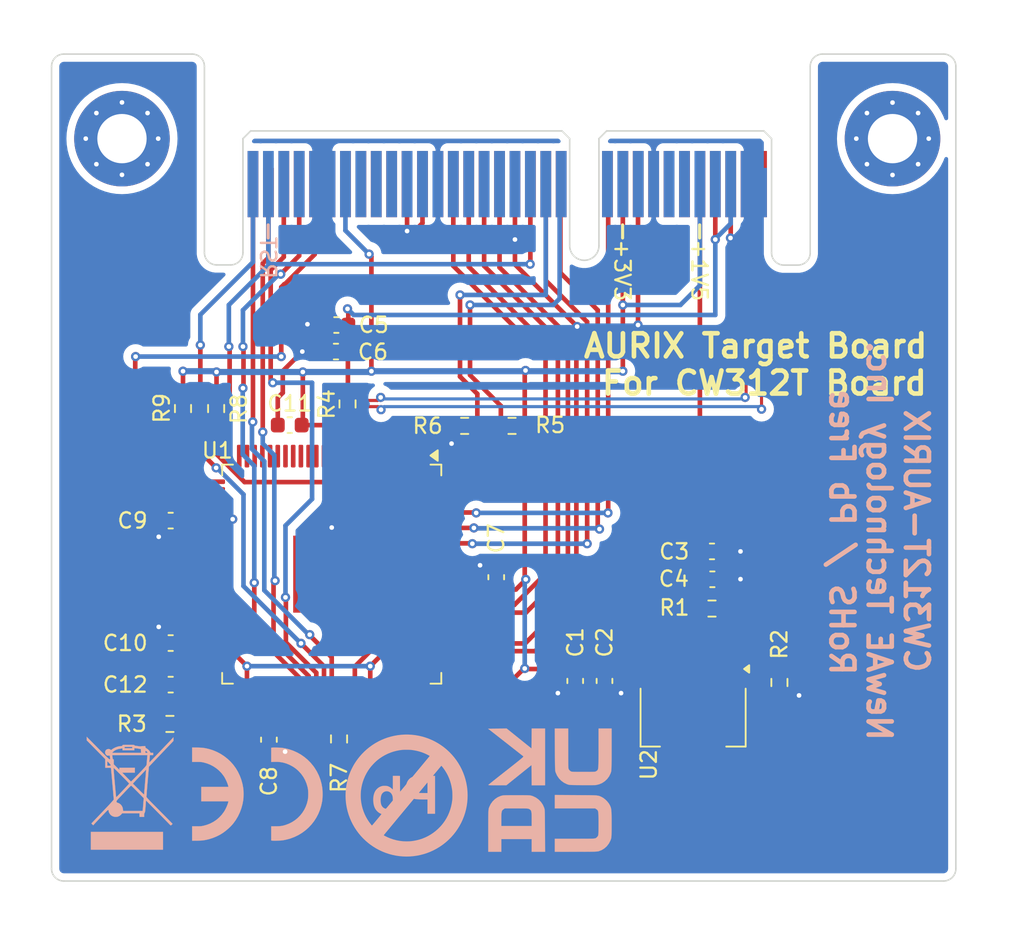
<source format=kicad_pcb>
(kicad_pcb (version 20240108) (generator "pcbnew") (generator_version "8.0")
  (layers (0 "F.Cu" signal) (31 "B.Cu" signal) (34 "B.Paste" user) (35 "F.Paste" user) (36 "B.SilkS" user "B.Silkscreen") (37 "F.SilkS" user "F.Silkscreen") (38 "B.Mask" user) (39 "F.Mask" user) (44 "Edge.Cuts" user))
  (net 0 "")
  (net 1 "+3V3")
  (net 2 "GND")
  (net 3 "+1V5")
  (net 4 "/FILT_HP")
  (net 5 "Net-(U1-VC_AP0)")
  (net 6 "Net-(U1-VC_AP1)")
  (net 8 "/TMS")
  (net 16 "/LED2")
  (net 17 "/HWCFG5")
  (net 18 "/TCK")
  (net 22 "/RX")
  (net 24 "/RST")
  (net 25 "/CLKIN")
  (net 28 "/TDI")
  (net 30 "/LED1")
  (net 35 "/HWCFG4")
  (net 36 "/GPIO3")
  (net 42 "/TX")
  (net 43 "/VCORE")
  (net 45 "/TDO")
  (net 46 "/GPIO4")
  (net 47 "/LED3")
  (net 51 "/TRST")
  (net 52 "Net-(U2-ADJ{slash}GND)")
  (net 53 "/CLKPIN")
  (net 54 "Net-(U1-P20.2{slash}~{TESTMODE})")
  (footprint "tutorial_2_library:CW312_Template" (layer "F.Cu") (at 110.865 64.75)
    (property "Reference" "P1" (hide yes))
    (property "Value" "PCIEx4 EDGE CONNECTOR")
    (fp_line (start -4.57 -4.69) (end -4.57 47.4) (stroke (width 0.1)) (layer "Edge.Cuts"))
    (fp_line (start 4.55 -5.49) (end -3.77 -5.49) (stroke (width 0.1)) (layer "Edge.Cuts"))
    (fp_line (start 5.35 7.4) (end 5.35 -4.69) (stroke (width 0.1)) (layer "Edge.Cuts"))
    (fp_line (start 7.05 8.2) (end 6.15 8.2) (stroke (width 0.1)) (layer "Edge.Cuts"))
    (fp_line (start 7.85 0) (end 8.35 -0.5) (stroke (width 0.1)) (layer "Edge.Cuts"))
    (fp_line (start 7.85 7.4) (end 7.85 0) (stroke (width 0.1)) (layer "Edge.Cuts"))
    (fp_line (start 28.55 -0.5) (end 8.35 -0.5) (stroke (width 0.1)) (layer "Edge.Cuts"))
    (fp_line (start 29.05 0) (end 28.55 -0.5) (stroke (width 0.1)) (layer "Edge.Cuts"))
    (fp_line (start 29.05 6.95) (end 29.05 0) (stroke (width 0.1)) (layer "Edge.Cuts"))
    (fp_line (start 30.95 0) (end 31.45 -0.5) (stroke (width 0.1)) (layer "Edge.Cuts"))
    (fp_line (start 30.95 6.95) (end 30.95 0) (stroke (width 0.1)) (layer "Edge.Cuts"))
    (fp_line (start 41.65 -0.5) (end 31.45 -0.5) (stroke (width 0.1)) (layer "Edge.Cuts"))
    (fp_line (start 42.15 0) (end 41.65 -0.5) (stroke (width 0.1)) (layer "Edge.Cuts"))
    (fp_line (start 42.15 7.41) (end 42.15 0) (stroke (width 0.1)) (layer "Edge.Cuts"))
    (fp_line (start 42.95 8.21) (end 43.86 8.21) (stroke (width 0.1)) (layer "Edge.Cuts"))
    (fp_line (start 44.66 7.41) (end 44.66 -4.69) (stroke (width 0.1)) (layer "Edge.Cuts"))
    (fp_line (start 45.46 -5.49) (end 53.31 -5.49) (stroke (width 0.1)) (layer "Edge.Cuts"))
    (fp_line (start 53.31 48.2) (end -3.77 48.2) (stroke (width 0.1)) (layer "Edge.Cuts"))
    (fp_line (start 54.11 -4.69) (end 54.11 47.4) (stroke (width 0.1)) (layer "Edge.Cuts"))
    (fp_arc (start -4.57 -4.69) (mid -4.335685 -5.255685) (end -3.77 -5.49) (stroke (width 0.1)) (layer "Edge.Cuts"))
    (fp_arc (start -3.77 48.2) (mid -4.335685 47.965685) (end -4.57 47.4) (stroke (width 0.1)) (layer "Edge.Cuts"))
    (fp_arc (start 4.55 -5.49) (mid 5.115685 -5.255685) (end 5.35 -4.69) (stroke (width 0.1)) (layer "Edge.Cuts"))
    (fp_arc (start 6.15 8.2) (mid 5.584315 7.965685) (end 5.35 7.4) (stroke (width 0.1)) (layer "Edge.Cuts"))
    (fp_arc (start 7.85 7.4) (mid 7.615685 7.965685) (end 7.05 8.2) (stroke (width 0.1)) (layer "Edge.Cuts"))
    (fp_arc (start 30.95 6.95) (mid 30 7.9) (end 29.05 6.95) (stroke (width 0.1)) (layer "Edge.Cuts"))
    (fp_arc (start 42.95 8.21) (mid 42.384315 7.975685) (end 42.15 7.41) (stroke (width 0.1)) (layer "Edge.Cuts"))
    (fp_arc (start 44.66 -4.69) (mid 44.894315 -5.255685) (end 45.46 -5.49) (stroke (width 0.1)) (layer "Edge.Cuts"))
    (fp_arc (start 44.66 7.41) (mid 44.425685 7.975685) (end 43.86 8.21) (stroke (width 0.1)) (layer "Edge.Cuts"))
    (fp_arc (start 53.31 -5.49) (mid 53.875685 -5.255685) (end 54.11 -4.69) (stroke (width 0.1)) (layer "Edge.Cuts"))
    (fp_arc (start 54.11 47.4) (mid 53.875685 47.965685) (end 53.31 48.2) (stroke (width 0.1)) (layer "Edge.Cuts"))
  )
  (footprint "Silkscrren_Symbols:UKCA-Logo_8x8mm_SilkScreen" (layer "F.Cu") (at 138 107.05)
    (property "Reference" "PCB3" (hide yes))
    (property "Value" "UKCA symbol" (hide yes))
  )
  (footprint "Resistor_SMD:R_0603_1608Metric" (layer "F.Cu") (at 133.1 83.4)
    (property "Reference" "R6")
    (property "Value" "RES_10k_0603")
  )
  (footprint "Capacitor_SMD:C_0603_1608Metric" (layer "F.Cu") (at 124.775 76.849998)
    (property "Reference" "C5")
    (property "Value" "CAP_2u2_10V_0603")
  )
  (footprint "Capacitor_SMD:C_0603_1608Metric" (layer "F.Cu") (at 114.025 100.2)
    (property "Reference" "C12")
    (property "Value" "CAP_2u2_10V_0603")
  )
  (footprint "Resistor_SMD:R_0603_1608Metric" (layer "F.Cu") (at 116.975 82.275 90)
    (property "Reference" "R8")
    (property "Value" "RES_10k_0603")
  )
  (footprint "Capacitor_SMD:C_0603_1608Metric" (layer "F.Cu") (at 114.025 97.5)
    (property "Reference" "C10")
    (property "Value" "CAP_100n_50V_0603")
  )
  (footprint "Resistor_SMD:R_0603_1608Metric" (layer "F.Cu") (at 136.175 83.4 180)
    (property "Reference" "R5")
    (property "Value" "RES_10k_0603")
  )
  (footprint "Package_TO_SOT_SMD:SOT-223" (layer "F.Cu") (at 147.925 102.309997 -90)
    (property "Reference" "U2")
    (property "Value" "LD1117SC-R")
  )
  (footprint "Resistor_SMD:R_0603_1608Metric" (layer "F.Cu") (at 113.975 102.75 180)
    (property "Reference" "R3")
    (property "Value" "RES_22R_0603")
  )
  (footprint "Package_QFP:TQFP-100-1EP_14x14mm_P0.5mm_EP5x5mm" (layer "F.Cu") (at 124.475 93.025 -90)
    (property "Reference" "U1")
    (property "Value" "TC233LP32F200NACKXUMA1")
  )
  (footprint "Silkscrren_Symbols:WEEE-Logo_5.6x8mm_SilkScreen" (layer "F.Cu") (at 110.309054 106.902245)
    (property "Reference" "PCB4" (hide yes))
    (property "Value" "WEEE SYMBOL" (hide yes))
  )
  (footprint "Capacitor_SMD:C_0603_1608Metric" (layer "F.Cu") (at 149.175 93.359998 180)
    (property "Reference" "C4")
    (property "Value" "CAP_2u2_10V_0603")
  )
  (footprint "Resistor_SMD:R_0603_1608Metric" (layer "F.Cu") (at 149.15 95.259998 180)
    (property "Reference" "R1")
    (property "Value" "RES_680R_0603")
  )
  (footprint "Capacitor_SMD:C_0603_1608Metric" (layer "F.Cu") (at 135.15 93.225 -90)
    (property "Reference" "C7")
    (property "Value" "CAP_100n_50V_0603")
  )
  (footprint "Resistor_SMD:R_0603_1608Metric" (layer "F.Cu") (at 125.5 81.975 -90)
    (property "Reference" "R4")
    (property "Value" "RES_5R1_0603")
  )
  (footprint "Capacitor_SMD:C_0603_1608Metric" (layer "F.Cu") (at 140.275001 99.959998 90)
    (property "Reference" "C1")
    (property "Value" "CAP_2u2_10V_0603")
  )
  (footprint "Capacitor_SMD:C_0603_1608Metric" (layer "F.Cu") (at 121.75 83.35)
    (property "Reference" "C11")
    (property "Value" "CAP_100n_50V_0603")
  )
  (footprint "Capacitor_SMD:C_0603_1608Metric" (layer "F.Cu") (at 142.175 99.959998 90)
    (property "Reference" "C2")
    (property "Value" "CAP_2u2_10V_0603")
  )
  (footprint "Capacitor_SMD:C_0603_1608Metric" (layer "F.Cu") (at 149.15 91.55 180)
    (property "Reference" "C3")
    (property "Value" "CAP_2u2_10V_0603")
  )
  (footprint "Resistor_SMD:R_0603_1608Metric" (layer "F.Cu") (at 124.95 103.725 -90)
    (property "Reference" "R7")
    (property "Value" "RES_10k_0603")
  )
  (footprint "Resistor_SMD:R_0603_1608Metric" (layer "F.Cu") (at 153.525 100.059998 90)
    (property "Reference" "R2")
    (property "Value" "RES_120R_0603")
  )
  (footprint "Capacitor_SMD:C_0603_1608Metric" (layer "F.Cu") (at 124.75 78.575)
    (property "Reference" "C6")
    (property "Value" "CAP_100n_50V_0603")
  )
  (footprint "Silkscrren_Symbols:CE-Logo_8.5x6mm_SilkScreen" (layer "F.Cu") (at 119.65 107.3)
    (property "Reference" "PCB1" (hide yes))
    (property "Value" "CE Symbol" (hide yes))
  )
  (footprint "Capacitor_SMD:C_0603_1608Metric" (layer "F.Cu") (at 114.025 89.55)
    (property "Reference" "C9")
    (property "Value" "CAP_100n_50V_0603")
  )
  (footprint "Capacitor_SMD:C_0603_1608Metric" (layer "F.Cu") (at 120.4 103.775 90)
    (property "Reference" "C8")
    (property "Value" "CAP_100n_50V_0603")
  )
  (footprint "Resistor_SMD:R_0603_1608Metric" (layer "F.Cu") (at 114.825 82.275 -90)
    (property "Reference" "R9")
    (property "Value" "RES_10k_0603")
  )
  (footprint "Silkscrren_Symbols:Pb_Free_8.0x8.0mm_SilkScreen" (layer "F.Cu") (at 128.6 107.4)
    (property "Reference" "PCB2" (hide yes))
    (property "Value" "Pb_Free Symbol" (hide yes))
  )
  (gr_line (start 120.35 70.35) (end 120.35 71.2) (stroke (width 0.2)) (layer "B.SilkS"))
  (gr_line (start 148.35 70.35) (end 148.35 71.2) (stroke (width 0.2)) (layer "F.SilkS"))
  (gr_line (start 143.35 70.35) (end 143.35 71.2) (stroke (width 0.2)) (layer "F.SilkS"))
  (gr_text "RST" (at 119.75 73.95 -90) (layer "B.SilkS") (effects (font (size 1 1)) (justify left bottom mirror)))
  (gr_text "CW312T-AURIX \nNewAE Technology Inc. \nRoHS / Pb Free" (at 156.7 90.3 -90) (layer "B.SilkS") (effects (font (size 1.5 1.5) (thickness 0.3) (bold yes)) (justify bottom mirror)))
  (gr_text "+3V3" (at 142.75 71.2 270) (layer "F.SilkS") (effects (font (size 1 1)) (justify left bottom)))
  (gr_text "+1V5" (at 147.75 71.2 270) (layer "F.SilkS") (effects (font (size 1 1)) (justify left bottom)))
  (gr_text "AURIX Target Board \nFor CW312T Board" (at 152.55 81.5 0) (layer "F.SilkS") (effects (font (size 1.5 1.5) (thickness 0.3) (bold yes)) (justify bottom)))
  (segment (start 122.6 83.275) (end 122.525 83.35) (width 0.3) (layer "F.Cu") (net 1))
  (segment (start 114.8 89.55) (end 114.8 97.375) (width 0.3) (layer "F.Cu") (net 1))
  (segment (start 124.975 83.975) (end 124.975 85.3625) (width 0.3) (layer "F.Cu") (net 1))
  (segment (start 113.2 82.3) (end 113.2 85.75) (width 0.3) (layer "F.Cu") (net 1))
  (segment (start 122.6 79.9) (end 122.6 83.275) (width 0.3) (layer "F.Cu") (net 1))
  (segment (start 145.625 99.159997) (end 142.200001 99.159997) (width 0.4) (layer "F.Cu") (net 1))
  (segment (start 113.2 85.75) (end 114.8 87.35) (width 0.3) (layer "F.Cu") (net 1))
  (segment (start 137.06538 93.36538) (end 137 93.3) (width 0.3) (layer "F.Cu") (net 1))
  (segment (start 114.825 81.45) (end 114.05 81.45) (width 0.3) (layer "F.Cu") (net 1))
  (segment (start 137.06538 93.38462) (end 136.425 94.025) (width 0.3) (layer "F.Cu") (net 1))
  (segment (start 114.875 89.525) (end 114.8 89.45) (width 0.2) (layer "F.Cu") (net 1))
  (segment (start 114.825 79.85) (end 114.825 81.45) (width 0.3) (layer "F.Cu") (net 1))
  (segment (start 121.825 102.925) (end 120.475 102.925) (width 0.3) (layer "F.Cu") (net 1))
  (segment (start 122.525 83.35) (end 124.35 83.35) (width 0.3) (layer "F.Cu") (net 1))
  (segment (start 115.875 90.525) (end 114.8 89.45) (width 0.3) (layer "F.Cu") (net 1))
  (segment (start 120.475 100.6875) (end 120.475 102.925) (width 0.3) (layer "F.Cu") (net 1))
  (segment (start 114.825 97.525) (end 114.8 97.5) (width 0.3) (layer "F.Cu") (net 1))
  (segment (start 136.95 99.15) (end 131.55 104.55) (width 0.3) (layer "F.Cu") (net 1))
  (segment (start 131.55 104.55) (end 124.95 104.55) (width 0.3) (layer "F.Cu") (net 1))
  (segment (start 116.8125 97.525) (end 114.825 97.525) (width 0.3) (layer "F.Cu") (net 1))
  (segment (start 117 79.9) (end 117 81.425) (width 0.3) (layer "F.Cu") (net 1))
  (segment (start 114.8 97.375) (end 114.675 97.5) (width 0.3) (layer "F.Cu") (net 1))
  (segment (start 117 81.425) (end 116.975 81.45) (width 0.3) (layer "F.Cu") (net 1))
  (segment (start 114.05 81.45) (end 113.2 82.3) (width 0.3) (layer "F.Cu") (net 1))
  (segment (start 120.475 102.925) (end 120.4 103) (width 0.2) (layer "F.Cu") (net 1))
  (segment (start 137 79.85) (end 137 83.4) (width 0.3) (layer "F.Cu") (net 1))
  (segment (start 136.425 94.025) (end 134.225 94.025) (width 0.3) (layer "F.Cu") (net 1))
  (segment (start 116.8125 89.525) (end 114.875 89.525) (width 0.3) (layer "F.Cu") (net 1))
  (segment (start 137 99.15) (end 137.034998 99.184998) (width 0.3) (layer "F.Cu") (net 1))
  (segment (start 127.05 72.4) (end 127.05 79.85) (width 0.3) (layer "F.Cu") (net 1))
  (segment (start 142.325001 99.150001) (end 142.3 99.175002) (width 0.2) (layer "F.Cu") (net 1))
  (segment (start 137 99.15) (end 136.95 99.15) (width 0.3) (layer "F.Cu") (net 1))
  (segment (start 137.06538 93.36538) (end 137.06538 93.38462) (width 0.3) (layer "F.Cu") (net 1))
  (segment (start 126.9 72.25) (end 127.05 72.4) (width 0.3) (layer "F.Cu") (net 1))
  (segment (start 142.175 99.184998) (end 140.275001 99.184998) (width 0.3) (layer "F.Cu") (net 1))
  (segment (start 137 93.3) (end 137 83.4) (width 0.3) (layer "F.Cu") (net 1))
  (segment (start 116.8125 90.525) (end 115.875 90.525) (width 0.3) (layer "F.Cu") (net 1))
  (segment (start 124.35 83.35) (end 124.975 83.975) (width 0.3) (layer "F.Cu") (net 1))
  (segment (start 124.95 104.55) (end 123.45 104.55) (width 0.3) (layer "F.Cu") (net 1))
  (segment (start 137.034998 99.184998) (end 140.275001 99.184998) (width 0.3) (layer "F.Cu") (net 1))
  (segment (start 137.05 79.8) (end 137 79.85) (width 0.3) (layer "F.Cu") (net 1))
  (segment (start 123.45 104.55) (end 121.825 102.925) (width 0.3) (layer "F.Cu") (net 1))
  (segment (start 143.365 79.85) (end 143.365 67.7) (width 0.3) (layer "F.Cu") (net 1))
  (segment (start 114.8 87.35) (end 114.8 89.55) (width 0.3) (layer "F.Cu") (net 1))
  (segment (start 134.225 94.025) (end 132.1375 94.025) (width 0.3) (layer "F.Cu") (net 1))
  (via (at 137.06538 93.36538) (size 0.6) (drill 0.3) (layers "F.Cu" "B.Cu") (net 1))
  (via (at 137.05 79.8) (size 0.6) (drill 0.3) (layers "F.Cu" "B.Cu") (net 1))
  (via (at 126.9 72.25) (size 0.6) (drill 0.3) (layers "F.Cu" "B.Cu") (net 1))
  (via (at 117 79.9) (size 0.6) (drill 0.3) (layers "F.Cu" "B.Cu") (net 1))
  (via (at 127.05 79.85) (size 0.6) (drill 0.3) (layers "F.Cu" "B.Cu") (net 1))
  (via (at 122.6 79.9) (size 0.6) (drill 0.3) (layers "F.Cu" "B.Cu") (net 1))
  (via (at 137 99.15) (size 0.6) (drill 0.3) (layers "F.Cu" "B.Cu") (net 1))
  (via (at 114.825 79.85) (size 0.6) (drill 0.3) (layers "F.Cu" "B.Cu") (net 1))
  (via (at 143.365 79.85) (size 0.6) (drill 0.3) (layers "F.Cu" "B.Cu") (net 1))
  (via (at 143.365 75.55) (size 0.6) (drill 0.3) (layers "F.Cu" "B.Cu") (net 1))
  (segment (start 137 99.15) (end 137 93.43076) (width 0.3) (layer "B.Cu") (net 1))
  (segment (start 137.1 79.85) (end 137.05 79.8) (width 0.4) (layer "B.Cu") (net 1))
  (segment (start 127.05 79.85) (end 127 79.9) (width 0.4) (layer "B.Cu") (net 1))
  (segment (start 137 79.85) (end 127.05 79.85) (width 0.4) (layer "B.Cu") (net 1))
  (segment (start 117 79.9) (end 116.95 79.85) (width 0.4) (layer "B.Cu") (net 1))
  (segment (start 137.05 79.8) (end 137 79.85) (width 0.4) (layer "B.Cu") (net 1))
  (segment (start 137 93.43076) (end 137.06538 93.36538) (width 0.3) (layer "B.Cu") (net 1))
  (segment (start 126.9 72.25) (end 125.365 70.715) (width 0.3) (layer "B.Cu") (net 1))
  (segment (start 125.365 70.715) (end 125.365 67.7) (width 0.3) (layer "B.Cu") (net 1))
  (segment (start 143.365 79.85) (end 137.1 79.85) (width 0.4) (layer "B.Cu") (net 1))
  (segment (start 147.1 75.55) (end 148.365 74.285) (width 0.3) (layer "B.Cu") (net 1))
  (segment (start 148.365 74.285) (end 148.365 67.7) (width 0.3) (layer "B.Cu") (net 1))
  (segment (start 143.365 75.55) (end 147.1 75.55) (width 0.3) (layer "B.Cu") (net 1))
  (segment (start 116.95 79.85) (end 114.825 79.85) (width 0.4) (layer "B.Cu") (net 1))
  (segment (start 127 79.9) (end 117 79.9) (width 0.4) (layer "B.Cu") (net 1))
  (segment (start 129.85 70.75) (end 130.365 70.235) (width 0.3) (layer "F.Cu") (net 2))
  (segment (start 150.365 71.185) (end 150.35 71.2) (width 0.2) (layer "F.Cu") (net 2))
  (segment (start 118.049999 89.650001) (end 117.675 90.025) (width 0.2) (layer "F.Cu") (net 2))
  (segment (start 150.365 67.7) (end 150.365 71.185) (width 0.3) (layer "F.Cu") (net 2))
  (segment (start 122.56662 78.575) (end 121.3 79.84162) (width 0.3) (layer "F.Cu") (net 2))
  (segment (start 118.049999 89.458423) (end 118.049999 89.650001) (width 0.2) (layer "F.Cu") (net 2))
  (segment (start 122.949998 76.849998) (end 122.9 76.8) (width 0.3) (layer "F.Cu") (net 2))
  (segment (start 132.275 84.525) (end 132.25 84.55) (width 0.2) (layer "F.Cu") (net 2))
  (segment (start 113.25 97.5) (end 113.25 96.45) (width 0.3) (layer "F.Cu") (net 2))
  (segment (start 118.049999 89.299999) (end 117.775 89.025) (width 0.2) (layer "F.Cu") (net 2))
  (segment (start 154.784998 100.884998) (end 154.8 100.9) (width 0.2) (layer "F.Cu") (net 2))
  (segment (start 120.975 81.575) (end 120.975 83.35) (width 0.3) (layer "F.Cu") (net 2))
  (segment (start 113.25 89.55) (end 113.25 90.6) (width 0.3) (layer "F.Cu") (net 2))
  (segment (start 124.475 90) (end 124.475 93.025) (width 0.3) (layer "F.Cu") (net 2))
  (segment (start 140.275001 100.734998) (end 139.165002 100.734998) (width 0.3) (layer "F.Cu") (net 2))
  (segment (start 134.1 92.45) (end 135.15 92.45) (width 0.3) (layer "F.Cu") (net 2))
  (segment (start 150.990002 93.359998) (end 151 93.35) (width 0.2) (layer "F.Cu") (net 2))
  (segment (start 139.165002 100.734998) (end 139.15 100.75) (width 0.2) (layer "F.Cu") (net 2))
  (segment (start 136.365 72.915) (end 136.365 71.3) (width 0.3) (layer "F.Cu") (net 2))
  (segment (start 149.925 91.55) (end 151 91.55) (width 0.3) (layer "F.Cu") (net 2))
  (segment (start 117.775 89.025) (end 116.8125 89.025) (width 0.2) (layer "F.Cu") (net 2))
  (segment (start 132.275 83.4) (end 132.275 84.525) (width 0.3) (layer "F.Cu") (net 2))
  (segment (start 140.400001 76.950001) (end 136.365 72.915) (width 0.3) (layer "F.Cu") (net 2))
  (segment (start 129.365 70.75) (end 129.365 67.7) (width 0.3) (layer "F.Cu") (net 2))
  (segment (start 153.525 100.884998) (end 154.784998 100.884998) (width 0.3) (layer "F.Cu") (net 2))
  (segment (start 122.56662 78.575) (end 123.975 78.575) (width 0.3) (layer "F.Cu") (net 2))
  (segment (start 149.95 93.359998) (end 150.990002 93.359998) (width 0.3) (layer "F.Cu") (net 2))
  (segment (start 144.35 67.715) (end 144.365 67.7) (width 0.3) (layer "F.Cu") (net 2))
  (segment (start 121.3 79.84162) (end 121.3 81.25) (width 0.3) (layer "F.Cu") (net 2))
  (segment (start 130.365 70.235) (end 130.365 67.7) (width 0.3) (layer "F.Cu") (net 2))
  (segment (start 121.3 81.25) (end 120.975 81.575) (width 0.3) (layer "F.Cu") (net 2))
  (segment (start 124 76.849998) (end 122.949998 76.849998) (width 0.3) (layer "F.Cu") (net 2))
  (segment (start 144.35 76.85) (end 144.35 67.715) (width 0.3) (layer "F.Cu") (net 2))
  (segment (start 143.234998 100.734998) (end 143.25 100.75) (width 0.2) (layer "F.Cu") (net 2))
  (segment (start 142.175 100.734998) (end 143.234998 100.734998) (width 0.3) (layer "F.Cu") (net 2))
  (segment (start 117.675 90.025) (end 116.8125 90.025) (width 0.2) (layer "F.Cu") (net 2))
  (segment (start 118.049999 89.458423) (end 118.049999 89.299999) (width 0.2) (layer "F.Cu") (net 2))
  (segment (start 120.4 104.55) (end 121.45 104.55) (width 0.3) (layer "F.Cu") (net 2))
  (segment (start 136.365 71.3) (end 136.365 67.7) (width 0.3) (layer "F.Cu") (net 2))
  (segment (start 129.365 70.75) (end 129.85 70.75) (width 0.3) (layer "F.Cu") (net 2))
  (via (at 139.15 100.75) (size 0.6) (drill 0.3) (layers "F.Cu" "B.Cu") (net 2))
  (via (at 134.1 92.45) (size 0.6) (drill 0.3) (layers "F.Cu" "B.Cu") (net 2))
  (via (at 113.25 90.6) (size 0.6) (drill 0.3) (layers "F.Cu" "B.Cu") (net 2))
  (via (at 122.9 76.8) (size 0.6) (drill 0.3) (layers "F.Cu" "B.Cu") (net 2))
  (via (at 118.049999 89.458423) (size 0.6) (drill 0.3) (layers "F.Cu" "B.Cu") (net 2))
  (via (at 151 93.35) (size 0.6) (drill 0.3) (layers "F.Cu" "B.Cu") (net 2))
  (via (at 124.475 90) (size 0.6) (drill 0.3) (layers "F.Cu" "B.Cu") (net 2))
  (via (at 150.35 71.2) (size 0.6) (drill 0.3) (layers "F.Cu" "B.Cu") (net 2))
  (via (at 144.35 76.85) (size 0.6) (drill 0.3) (layers "F.Cu" "B.Cu") (net 2))
  (via (at 129.365 70.75) (size 0.6) (drill 0.3) (layers "F.Cu" "B.Cu") (net 2))
  (via (at 154.8 100.9) (size 0.6) (drill 0.3) (layers "F.Cu" "B.Cu") (net 2))
  (via (at 136.365 71.3) (size 0.6) (drill 0.3) (layers "F.Cu" "B.Cu") (net 2))
  (via (at 121.45 104.55) (size 0.6) (drill 0.3) (layers "F.Cu" "B.Cu") (net 2))
  (via (at 151 91.55) (size 0.6) (drill 0.3) (layers "F.Cu" "B.Cu") (net 2))
  (via (at 143.25 100.75) (size 0.6) (drill 0.3) (layers "F.Cu" "B.Cu") (net 2))
  (via (at 122.56662 78.575) (size 0.6) (drill 0.3) (layers "F.Cu" "B.Cu") (net 2))
  (via (at 140.400001 76.950001) (size 0.6) (drill 0.3) (layers "F.Cu" "B.Cu") (net 2))
  (via (at 132.25 84.55) (size 0.6) (drill 0.3) (layers "F.Cu" "B.Cu") (net 2))
  (via (at 113.25 96.45) (size 0.6) (drill 0.3) (layers "F.Cu" "B.Cu") (net 2))
  (segment (start 144.3 76.9) (end 144.35 76.85) (width 0.3) (layer "B.Cu") (net 2))
  (segment (start 140.450002 76.9) (end 144.3 76.9) (width 0.3) (layer "B.Cu") (net 2))
  (segment (start 140.400001 76.950001) (end 140.450002 76.9) (width 0.3) (layer "B.Cu") (net 2))
  (segment (start 148.365 67.7) (end 148.365 91.405004) (width 0.3) (layer "F.Cu") (net 3))
  (segment (start 148.375 91.55) (end 148.375 93.334998) (width 0.3) (layer "F.Cu") (net 3))
  (segment (start 148.325 95.259998) (end 148.325 96.609998) (width 0.4) (layer "F.Cu") (net 3))
  (segment (start 148.24 91.415) (end 148.375 91.55) (width 0.3) (layer "F.Cu") (net 3))
  (segment (start 148.4 95.184998) (end 148.325 95.259998) (width 0.2) (layer "F.Cu") (net 3))
  (segment (start 148.375 93.334998) (end 148.4 93.359998) (width 0.2) (layer "F.Cu") (net 3))
  (segment (start 148.325 96.609998) (end 147.925 97.009998) (width 0.4) (layer "F.Cu") (net 3))
  (segment (start 147.925 99.159998) (end 147.925 105.459996) (width 0.4) (layer "F.Cu") (net 3))
  (segment (start 148.4 93.359998) (end 148.4 95.184998) (width 0.3) (layer "F.Cu") (net 3))
  (segment (start 147.925 97.009998) (end 147.925 99.16) (width 0.4) (layer "F.Cu") (net 3))
  (segment (start 125.525 81.125) (end 125.5 81.15) (width 0.2) (layer "F.Cu") (net 4))
  (segment (start 125.825 81.75) (end 127.45 81.75) (width 0.2) (layer "F.Cu") (net 4))
  (segment (start 125.5 81.425) (end 125.825 81.75) (width 0.2) (layer "F.Cu") (net 4))
  (segment (start 125.55 75.85) (end 125.55 76.849998) (width 0.3) (layer "F.Cu") (net 4))
  (segment (start 125.5 81.15) (end 125.5 81.425) (width 0.2) (layer "F.Cu") (net 4))
  (segment (start 151.3 81.55) (end 151.365 81.485) (width 0.2) (layer "F.Cu") (net 4))
  (segment (start 125.55 78.55) (end 125.525 78.575) (width 0.2) (layer "F.Cu") (net 4))
  (segment (start 125.5 75.8) (end 125.55 75.85) (width 0.3) (layer "F.Cu") (net 4))
  (segment (start 125.5 78.6) (end 125.525 78.575) (width 0.2) (layer "F.Cu") (net 4))
  (segment (start 127.45 81.75) (end 127.65 81.55) (width 0.2) (layer "F.Cu") (net 4))
  (segment (start 125.55 76.849998) (end 125.55 78.55) (width 0.3) (layer "F.Cu") (net 4))
  (segment (start 125.525 76.874998) (end 125.55 76.849998) (width 0.2) (layer "F.Cu") (net 4))
  (segment (start 149.365 71.3) (end 149.365 67.7) (width 0.3) (layer "F.Cu") (net 4))
  (segment (start 151.365 81.485) (end 151.365 67.7) (width 0.2) (layer "F.Cu") (net 4))
  (segment (start 125.525 78.575) (end 125.525 81.125) (width 0.3) (layer "F.Cu") (net 4))
  (via (at 127.65 81.55) (size 0.6) (drill 0.3) (layers "F.Cu" "B.Cu") (net 4))
  (via (at 149.365 71.3) (size 0.6) (drill 0.3) (layers "F.Cu" "B.Cu") (net 4))
  (via (at 151.3 81.55) (size 0.6) (drill 0.3) (layers "F.Cu" "B.Cu") (net 4))
  (via (at 125.5 75.8) (size 0.6) (drill 0.3) (layers "F.Cu" "B.Cu") (net 4))
  (segment (start 149.35 71.280761) (end 150.365 70.265761) (width 0.3) (layer "B.Cu") (net 4))
  (segment (start 151.3 81.55) (end 151.2 81.65) (width 0.2) (layer "B.Cu") (net 4))
  (segment (start 125.9 76.2) (end 125.5 75.8) (width 0.3) (layer "B.Cu") (net 4))
  (segment (start 149.35 71.285) (end 149.35 71.280761) (width 0.3) (layer "B.Cu") (net 4))
  (segment (start 149.365 71.3) (end 149.35 71.285) (width 0.3) (layer "B.Cu") (net 4))
  (segment (start 149.365 76.2) (end 125.9 76.2) (width 0.3) (layer "B.Cu") (net 4))
  (segment (start 151.2 81.65) (end 127.75 81.65) (width 0.2) (layer "B.Cu") (net 4))
  (segment (start 149.365 71.3) (end 149.365 76.2) (width 0.3) (layer "B.Cu") (net 4))
  (segment (start 150.365 70.265761) (end 150.365 67.7) (width 0.3) (layer "B.Cu") (net 4))
  (segment (start 127.75 81.65) (end 127.65 81.55) (width 0.2) (layer "B.Cu") (net 4))
  (segment (start 113.25 99.05) (end 113.25 99.975) (width 0.3) (layer "F.Cu") (net 5))
  (segment (start 113.775 98.525) (end 113.25 99.05) (width 0.3) (layer "F.Cu") (net 5))
  (segment (start 116.8125 98.525) (end 113.775 98.525) (width 0.3) (layer "F.Cu") (net 5))
  (segment (start 114.8 100.2) (end 114.8 99.3) (width 0.3) (layer "F.Cu") (net 6))
  (segment (start 114.8 99.3) (end 115.075 99.025) (width 0.3) (layer "F.Cu") (net 6))
  (segment (start 115.075 99.025) (end 116.8125 99.025) (width 0.3) (layer "F.Cu") (net 6))
  (segment (start 120 83.8) (end 120 72.85) (width 0.3) (layer "F.Cu") (net 8))
  (segment (start 120.7 93.55) (end 120.7 97.364773) (width 0.3) (layer "F.Cu") (net 8))
  (segment (start 120.8 93.45) (end 120.7 93.55) (width 0.3) (layer "F.Cu") (net 8))
  (segment (start 120.365 72.485) (end 120.365 68.25) (width 0.3) (layer "F.Cu") (net 8))
  (segment (start 120 72.85) (end 120.365 72.485) (width 0.3) (layer "F.Cu") (net 8))
  (segment (start 120.7 97.364773) (end 122.975 99.639773) (width 0.3) (layer "F.Cu") (net 8))
  (segment (start 122.975 99.639773) (end 122.975 100.6875) (width 0.3) (layer "F.Cu") (net 8))
  (via (at 120.8 93.45) (size 0.6) (drill 0.3) (layers "F.Cu" "B.Cu") (net 8))
  (via (at 120 83.8) (size 0.6) (drill 0.3) (layers "F.Cu" "B.Cu") (net 8))
  (segment (start 120.75 85.3) (end 120.75 93.4) (width 0.3) (layer "B.Cu") (net 8))
  (segment (start 120 84.55) (end 120.75 85.3) (width 0.3) (layer "B.Cu") (net 8))
  (segment (start 120.75 93.4) (end 120.8 93.45) (width 0.3) (layer "B.Cu") (net 8))
  (segment (start 120 83.8) (end 120 84.55) (width 0.3) (layer "B.Cu") (net 8))
  (segment (start 141.8 90.05) (end 141.85 90.1) (width 0.2) (layer "F.Cu") (net 16))
  (segment (start 141.736396 89.986396) (end 141.8 90.05) (width 0.3) (layer "F.Cu") (net 16))
  (segment (start 141.736396 76.4) (end 141.736396 89.986396) (width 0.3) (layer "F.Cu") (net 16))
  (segment (start 139.315 73.465) (end 139.315 67.7) (width 0.3) (layer "F.Cu") (net 16))
  (segment (start 141.736396 76.4) (end 141.736396 75.886396) (width 0.3) (layer "F.Cu") (net 16))
  (segment (start 141.736396 75.886396) (end 139.315 73.465) (width 0.3) (layer "F.Cu") (net 16))
  (segment (start 132.1375 90.025) (end 133.7 90.025) (width 0.3) (layer "F.Cu") (net 16))
  (via (at 133.7 90.025) (size 0.6) (drill 0.3) (layers "F.Cu" "B.Cu") (net 16))
  (via (at 141.85 90.1) (size 0.6) (drill 0.3) (layers "F.Cu" "B.Cu") (net 16))
  (segment (start 133.725 90.05) (end 133.7 90.025) (width 0.3) (layer "B.Cu") (net 16))
  (segment (start 141.8 90.05) (end 133.725 90.05) (width 0.3) (layer "B.Cu") (net 16))
  (segment (start 141.85 90.1) (end 141.8 90.05) (width 0.3) (layer "B.Cu") (net 16))
  (segment (start 133.95 83.425) (end 133.925 83.4) (width 0.3) (layer "F.Cu") (net 17))
  (segment (start 133.95 86.55) (end 133.95 83.425) (width 0.3) (layer "F.Cu") (net 17))
  (segment (start 132.8 80.2) (end 133.925 81.325) (width 0.3) (layer "F.Cu") (net 17))
  (segment (start 133.475 87.025) (end 133.95 86.55) (width 0.3) (layer "F.Cu") (net 17))
  (segment (start 133.925 81.325) (end 133.925 83.4) (width 0.3) (layer "F.Cu") (net 17))
  (segment (start 132.1375 87.025) (end 133.475 87.025) (width 0.3) (layer "F.Cu") (net 17))
  (segment (start 132.8 74.9) (end 132.8 80.2) (width 0.3) (layer "F.Cu") (net 17))
  (via (at 132.8 74.9) (size 0.6) (drill 0.3) (layers "F.Cu" "B.Cu") (net 17))
  (segment (start 138.365 74.9) (end 138.365 67.7) (width 0.3) (layer "B.Cu") (net 17))
  (segment (start 132.8 74.9) (end 138.365 74.9) (width 0.3) (layer "B.Cu") (net 17))
  (segment (start 123.047061 96.997061) (end 124.475 98.425) (width 0.3) (layer "F.Cu") (net 18))
  (segment (start 123.047061 96.954114) (end 123.047061 96.997061) (width 0.3) (layer "F.Cu") (net 18))
  (segment (start 119.35 83.142244) (end 119.365 83.127244) (width 0.3) (layer "F.Cu") (net 18))
  (segment (start 119.365 83.127244) (end 119.365 67.7) (width 0.3) (layer "F.Cu") (net 18))
  (segment (start 124.475 98.425) (end 124.475 100.6875) (width 0.3) (layer "F.Cu") (net 18))
  (via (at 119.35 83.142244) (size 0.6) (drill 0.3) (layers "F.Cu" "B.Cu") (net 18))
  (via (at 123.047061 96.954114) (size 0.6) (drill 0.3) (layers "F.Cu" "B.Cu") (net 18))
  (segment (start 122.979114 96.954114) (end 123.047061 96.954114) (width 0.3) (layer "B.Cu") (net 18))
  (segment (start 119.3 84.9) (end 120.1 85.7) (width 0.3) (layer "B.Cu") (net 18))
  (segment (start 119.35 83.142244) (end 119.3 83.192244) (width 0.3) (layer "B.Cu") (net 18))
  (segment (start 120.1 94.075) (end 122.979114 96.954114) (width 0.3) (layer "B.Cu") (net 18))
  (segment (start 120.1 85.7) (end 120.1 94.075) (width 0.3) (layer "B.Cu") (net 18))
  (segment (start 119.3 83.192244) (end 119.3 84.9) (width 0.3) (layer "B.Cu") (net 18))
  (segment (start 134.365 73.015) (end 139.8 78.45) (width 0.3) (layer "F.Cu") (net 22))
  (segment (start 134.365 67.7) (end 134.365 73.015) (width 0.3) (layer "F.Cu") (net 22))
  (segment (start 137.025 97.525) (end 132.1375 97.525) (width 0.3) (layer "F.Cu") (net 22))
  (segment (start 139.8 94.75) (end 137.025 97.525) (width 0.3) (layer "F.Cu") (net 22))
  (segment (start 139.8 78.45) (end 139.8 94.75) (width 0.3) (layer "F.Cu") (net 22))
  (segment (start 117.8 78.25) (end 117.85 78.3) (width 0.3) (layer "F.Cu") (net 24))
  (segment (start 118.82188 87.05) (end 125.242894 87.05) (width 0.3) (layer "F.Cu") (net 24))
  (segment (start 117.725 83.1) (end 116.975 83.1) (width 0.3) (layer "F.Cu") (net 24))
  (segment (start 128.05 89.857106) (end 128.05 96.95) (width 0.3) (layer "F.Cu") (net 24))
  (segment (start 117 85.22812) (end 118.82188 87.05) (width 0.3) (layer "F.Cu") (net 24))
  (segment (start 128.05 96.95) (end 125.975 99.025) (width 0.3) (layer "F.Cu") (net 24))
  (segment (start 137.35 72.9) (end 137.365 72.885) (width 0.3) (layer "F.Cu") (net 24))
  (segment (start 137.365 72.885) (end 137.365 67.7) (width 0.3) (layer "F.Cu") (net 24))
  (segment (start 117 83.125) (end 117 85.22812) (width 0.3) (layer "F.Cu") (net 24))
  (segment (start 125.242894 87.05) (end 128.05 89.857106) (width 0.3) (layer "F.Cu") (net 24))
  (segment (start 116.975 83.1) (end 117 83.125) (width 0.3) (layer "F.Cu") (net 24))
  (segment (start 117.85 78.3) (end 117.85 82.975) (width 0.3) (layer "F.Cu") (net 24))
  (segment (start 125.975 99.025) (end 125.975 100.6875) (width 0.3) (layer "F.Cu") (net 24))
  (segment (start 117.85 82.975) (end 117.725 83.1) (width 0.3) (layer "F.Cu") (net 24))
  (via (at 137.35 72.9) (size 0.6) (drill 0.3) (layers "F.Cu" "B.Cu") (net 24))
  (via (at 117.8 78.25) (size 0.6) (drill 0.3) (layers "F.Cu" "B.Cu") (net 24))
  (segment (start 120.365 72.985) (end 120.365 72.635) (width 0.3) (layer "B.Cu") (net 24))
  (segment (start 137.35 72.9) (end 120.45 72.9) (width 0.3) (layer "B.Cu") (net 24))
  (segment (start 120.365 72.635) (end 120.365 67.7) (width 0.3) (layer "B.Cu") (net 24))
  (segment (start 117.8 75.55) (end 120.365 72.985) (width 0.3) (layer "B.Cu") (net 24))
  (segment (start 117.8 78.25) (end 117.8 75.55) (width 0.3) (layer "B.Cu") (net 24))
  (segment (start 120.45 72.9) (end 120.365 72.985) (width 0.3) (layer "B.Cu") (net 24))
  (segment (start 111.725 102.25) (end 112.225 102.75) (width 0.3) (layer "F.Cu") (net 25))
  (segment (start 111.75 78.9) (end 111.725 78.925) (width 0.3) (layer "F.Cu") (net 25))
  (segment (start 121.4 74.2) (end 121.434239 74.2) (width 0.3) (layer "F.Cu") (net 25))
  (segment (start 112.225 102.75) (end 113.15 102.75) (width 0.3) (layer "F.Cu") (net 25))
  (segment (start 121.2 78.9) (end 121.2 74.4) (width 0.3) (layer "F.Cu") (net 25))
  (segment (start 123.365 72.269239) (end 123.365 67.7) (width 0.3) (layer "F.Cu") (net 25))
  (segment (start 121.434239 74.2) (end 123.365 72.269239) (width 0.3) (layer "F.Cu") (net 25))
  (segment (start 121.2 74.4) (end 121.4 74.2) (width 0.3) (layer "F.Cu") (net 25))
  (segment (start 111.725 78.925) (end 111.725 102.25) (width 0.3) (layer "F.Cu") (net 25))
  (via (at 121.2 78.9) (size 0.6) (drill 0.3) (layers "F.Cu" "B.Cu") (net 25))
  (via (at 111.75 78.9) (size 0.6) (drill 0.3) (layers "F.Cu" "B.Cu") (net 25))
  (segment (start 111.75 78.9) (end 121.2 78.9) (width 0.3) (layer "B.Cu") (net 25))
  (segment (start 119.450001 93.580762) (end 119.45 93.580763) (width 0.3) (layer "F.Cu") (net 28))
  (segment (start 118.75 78.285) (end 118.715 78.25) (width 0.3) (layer "F.Cu") (net 28))
  (segment (start 122.365 72.35) (end 122.365 67.7) (width 0.3) (layer "F.Cu") (net 28))
  (segment (start 119.45 96.82188) (end 122.475 99.84688) (width 0.3) (layer "F.Cu") (net 28))
  (segment (start 118.715 80.95) (end 118.75 80.915) (width 0.3) (layer "F.Cu") (net 28))
  (segment (start 118.75 80.915) (end 118.75 78.285) (width 0.3) (layer "F.Cu") (net 28))
  (segment (start 121.165 73.55) (end 122.365 72.35) (width 0.3) (layer "F.Cu") (net 28))
  (segment (start 119.45 93.580763) (end 119.45 96.82188) (width 0.3) (layer "F.Cu") (net 28))
  (segment (start 122.475 99.84688) (end 122.475 100.6875) (width 0.3) (layer "F.Cu") (net 28))
  (via (at 118.715 80.95) (size 0.6) (drill 0.3) (layers "F.Cu" "B.Cu") (net 28))
  (via (at 121.165 73.55) (size 0.6) (drill 0.3) (layers "F.Cu" "B.Cu") (net 28))
  (via (at 119.450001 93.580762) (size 0.6) (drill 0.3) (layers "F.Cu" "B.Cu") (net 28))
  (via (at 118.715 78.25) (size 0.6) (drill 0.3) (layers "F.Cu" "B.Cu") (net 28))
  (segment (start 118.7 85.25) (end 119.450001 86.000001) (width 0.3) (layer "B.Cu") (net 28))
  (segment (start 118.715 75.885) (end 121.05 73.55) (width 0.3) (layer "B.Cu") (net 28))
  (segment (start 118.715 78.25) (end 118.715 75.885) (width 0.3) (layer "B.Cu") (net 28))
  (segment (start 118.715 80.95) (end 118.7 80.965) (width 0.3) (layer "B.Cu") (net 28))
  (segment (start 121.05 73.55) (end 121.165 73.55) (width 0.3) (layer "B.Cu") (net 28))
  (segment (start 119.450001 86.000001) (end 119.450001 93.580762) (width 0.3) (layer "B.Cu") (net 28))
  (segment (start 118.7 80.965) (end 118.7 85.25) (width 0.3) (layer "B.Cu") (net 28))
  (segment (start 133.825 89.025) (end 133.85 89.05) (width 0.2) (layer "F.Cu") (net 30))
  (segment (start 142.415 89.035) (end 142.415 67.7) (width 0.3) (layer "F.Cu") (net 30))
  (segment (start 132.1375 89.025) (end 133.825 89.025) (width 0.3) (layer "F.Cu") (net 30))
  (segment (start 142.4 89.05) (end 142.415 89.035) (width 0.2) (layer "F.Cu") (net 30))
  (segment (start 142.4 89.05) (end 142.4 88.95) (width 0.3) (layer "F.Cu") (net 30))
  (via (at 142.4 89.05) (size 0.6) (drill 0.3) (layers "F.Cu" "B.Cu") (net 30))
  (via (at 133.85 89.05) (size 0.6) (drill 0.3) (layers "F.Cu" "B.Cu") (net 30))
  (segment (start 133.85 89.05) (end 142.4 89.05) (width 0.3) (layer "B.Cu") (net 30))
  (segment (start 133.45 80.1) (end 135.45 82.1) (width 0.3) (layer "F.Cu") (net 35))
  (segment (start 135.4 86.765642) (end 134.640642 87.525) (width 0.3) (layer "F.Cu") (net 35))
  (segment (start 135.45 82.1) (end 135.45 86.615642) (width 0.3) (layer "F.Cu") (net 35))
  (segment (start 134.640642 87.525) (end 132.1375 87.525) (width 0.3) (layer "F.Cu") (net 35))
  (segment (start 133.45 75.55) (end 133.45 80.1) (width 0.3) (layer "F.Cu") (net 35))
  (via (at 133.45 75.55) (size 0.6) (drill 0.3) (layers "F.Cu" "B.Cu") (net 35))
  (segment (start 139.265 75.135) (end 139.265 67.7) (width 0.3) (layer "B.Cu") (net 35))
  (segment (start 133.45 75.55) (end 138.85 75.55) (width 0.3) (layer "B.Cu") (net 35))
  (segment (start 138.85 75.55) (end 139.25 75.15) (width 0.3) (layer "B.Cu") (net 35))
  (segment (start 139.25 75.15) (end 139.265 75.135) (width 0.2) (layer "B.Cu") (net 35))
  (segment (start 139.15 78.85) (end 139.15 93.45) (width 0.3) (layer "F.Cu") (net 36))
  (segment (start 133.365 67.7) (end 133.365 73.065) (width 0.3) (layer "F.Cu") (net 36))
  (segment (start 139.15 93.45) (end 137.075 95.525) (width 0.3) (layer "F.Cu") (net 36))
  (segment (start 137.075 95.525) (end 132.1375 95.525) (width 0.3) (layer "F.Cu") (net 36))
  (segment (start 133.365 73.065) (end 139.15 78.85) (width 0.3) (layer "F.Cu") (net 36))
  (segment (start 140.35 95.35) (end 137.675 98.025) (width 0.3) (layer "F.Cu") (net 42))
  (segment (start 135.365 67.7) (end 135.365 73.115) (width 0.3) (layer "F.Cu") (net 42))
  (segment (start 137.675 98.025) (end 132.1375 98.025) (width 0.3) (layer "F.Cu") (net 42))
  (segment (start 140.35 78.1) (end 140.35 95.35) (width 0.3) (layer "F.Cu") (net 42))
  (segment (start 135.365 73.115) (end 140.35 78.1) (width 0.3) (layer "F.Cu") (net 42))
  (segment (start 125.475 86.575) (end 125.475 85.3625) (width 0.3) (layer "F.Cu") (net 43))
  (segment (start 118 98.025) (end 118.975 99) (width 0.3) (layer "F.Cu") (net 43))
  (segment (start 126.975 99) (end 126.975 100.6875) (width 0.3) (layer "F.Cu") (net 43))
  (segment (start 125.8 82.15) (end 125.5 82.45) (width 0.2) (layer "F.Cu") (net 43))
  (segment (start 125.475 82.825) (end 125.5 82.8) (width 0.2) (layer "F.Cu") (net 43))
  (segment (start 125.5 82.45) (end 125.5 82.8) (width 0.2) (layer "F.Cu") (net 43))
  (segment (start 118.975 100.6875) (end 118.975 99) (width 0.3) (layer "F.Cu") (net 43))
  (segment (start 126.975 99) (end 128.55 97.425) (width 0.3) (layer "F.Cu") (net 43))
  (segment (start 116.8125 98.025) (end 118 98.025) (width 0.3) (layer "F.Cu") (net 43))
  (segment (start 128.55 89.65) (end 125.475 86.575) (width 0.3) (layer "F.Cu") (net 43))
  (segment (start 128.55 97.425) (end 128.55 89.65) (width 0.3) (layer "F.Cu") (net 43))
  (segment (start 127.475731 82.15) (end 125.8 82.15) (width 0.2) (layer "F.Cu") (net 43))
  (segment (start 127.675332 82.349601) (end 127.475731 82.15) (width 0.2) (layer "F.Cu") (net 43))
  (segment (start 125.475 85.3625) (end 125.475 82.825) (width 0.3) (layer "F.Cu") (net 43))
  (segment (start 152.365 82.315) (end 152.365 67.7) (width 0.2) (layer "F.Cu") (net 43))
  (via (at 152.365 82.315) (size 0.6) (drill 0.3) (layers "F.Cu" "B.Cu") (net 43))
  (via (at 126.975 99) (size 0.6) (drill 0.3) (layers "F.Cu" "B.Cu") (net 43))
  (via (at 127.675332 82.349601) (size 0.6) (drill 0.3) (layers "F.Cu" "B.Cu") (net 43))
  (via (at 118.975 99) (size 0.6) (drill 0.3) (layers "F.Cu" "B.Cu") (net 43))
  (segment (start 126.975 99) (end 118.975 99) (width 0.3) (layer "B.Cu") (net 43))
  (segment (start 127.874933 82.15) (end 152.2 82.15) (width 0.2) (layer "B.Cu") (net 43))
  (segment (start 152.2 82.15) (end 152.365 82.315) (width 0.2) (layer "B.Cu") (net 43))
  (segment (start 127.675332 82.349601) (end 127.874933 82.15) (width 0.2) (layer "B.Cu") (net 43))
  (segment (start 121.5 97.457666) (end 123.475 99.432666) (width 0.3) (layer "F.Cu") (net 45))
  (segment (start 120.895761 72.9) (end 120.9 72.9) (width 0.3) (layer "F.Cu") (net 45))
  (segment (start 121.365 72.435) (end 121.365 67.7) (width 0.3) (layer "F.Cu") (net 45))
  (segment (start 120.9 72.9) (end 121.365 72.435) (width 0.3) (layer "F.Cu") (net 45))
  (segment (start 121.5 94.55576) (end 121.5 97.457666) (width 0.3) (layer "F.Cu") (net 45))
  (segment (start 121.475001 94.530761) (end 121.5 94.55576) (width 0.3) (layer "F.Cu") (net 45))
  (segment (start 120.65 80.6) (end 120.515 80.465) (width 0.3) (layer "F.Cu") (net 45))
  (segment (start 123.475 99.432666) (end 123.475 100.6875) (width 0.3) (layer "F.Cu") (net 45))
  (segment (start 120.515 80.465) (end 120.515 73.280761) (width 0.3) (layer "F.Cu") (net 45))
  (segment (start 120.515 73.280761) (end 120.895761 72.9) (width 0.3) (layer "F.Cu") (net 45))
  (via (at 121.475001 94.530761) (size 0.6) (drill 0.3) (layers "F.Cu" "B.Cu") (net 45))
  (via (at 120.65 80.6) (size 0.6) (drill 0.3) (layers "F.Cu" "B.Cu") (net 45))
  (segment (start 123.2 80.6) (end 123.2 88.15) (width 0.3) (layer "B.Cu") (net 45))
  (segment (start 120.65 80.6) (end 123.2 80.6) (width 0.3) (layer "B.Cu") (net 45))
  (segment (start 123.2 88.15) (end 121.475001 89.874999) (width 0.3) (layer "B.Cu") (net 45))
  (segment (start 121.475001 89.874999) (end 121.475001 94.530761) (width 0.3) (layer "B.Cu") (net 45))
  (segment (start 132.1375 95.025) (end 136.325 95.025) (width 0.3) (layer "F.Cu") (net 46))
  (segment (start 132.365 73.015) (end 132.365 67.7) (width 0.3) (layer "F.Cu") (net 46))
  (segment (start 138.35 79) (end 132.365 73.015) (width 0.3) (layer "F.Cu") (net 46))
  (segment (start 136.325 95.025) (end 138.35 93) (width 0.3) (layer "F.Cu") (net 46))
  (segment (start 138.35 93) (end 138.35 79) (width 0.3) (layer "F.Cu") (net 46))
  (segment (start 132.1375 91.025) (end 133.575 91.025) (width 0.3) (layer "F.Cu") (net 47))
  (segment (start 141.05 91.05) (end 141.05 76.65) (width 0.3) (layer "F.Cu") (net 47))
  (segment (start 138.365 73.965) (end 138.365 67.7) (width 0.3) (layer "F.Cu") (net 47))
  (segment (start 141.05 76.65) (end 138.365 73.965) (width 0.3) (layer "F.Cu") (net 47))
  (segment (start 133.575 91.025) (end 133.6 91.05) (width 0.2) (layer "F.Cu") (net 47))
  (via (at 133.6 91.05) (size 0.6) (drill 0.3) (layers "F.Cu" "B.Cu") (net 47))
  (via (at 141.05 91.05) (size 0.6) (drill 0.3) (layers "F.Cu" "B.Cu") (net 47))
  (segment (start 133.6 91.05) (end 141.05 91.05) (width 0.3) (layer "B.Cu") (net 47))
  (segment (start 115.5 83.1) (end 114.825 83.1) (width 0.3) (layer "F.Cu") (net 51))
  (segment (start 114.85 83.99736) (end 114.85 83.125) (width 0.3) (layer "F.Cu") (net 51))
  (segment (start 123.975 99.013426) (end 123.975 100.6875) (width 0.3) (layer "F.Cu") (net 51))
  (segment (start 114.85 83.125) (end 114.825 83.1) (width 0.3) (layer "F.Cu") (net 51))
  (segment (start 122.480787 97.519213) (end 123.975 99.013426) (width 0.3) (layer "F.Cu") (net 51))
  (segment (start 116.97632 86.12368) (end 114.85 83.99736) (width 0.3) (layer "F.Cu") (net 51))
  (segment (start 115.95 82.65) (end 115.5 83.1) (width 0.3) (layer "F.Cu") (net 51))
  (segment (start 115.95 78.15) (end 115.95 82.65) (width 0.3) (layer "F.Cu") (net 51))
  (via (at 116.97632 86.12368) (size 0.6) (drill 0.3) (layers "F.Cu" "B.Cu") (net 51))
  (via (at 115.95 78.15) (size 0.6) (drill 0.3) (layers "F.Cu" "B.Cu") (net 51))
  (via (at 122.480787 97.519213) (size 0.6) (drill 0.3) (layers "F.Cu" "B.Cu") (net 51))
  (segment (start 119.365 72.767122) (end 119.365 67.7) (width 0.3) (layer "B.Cu") (net 51))
  (segment (start 117.02368 86.12368) (end 116.97632 86.12368) (width 0.3) (layer "B.Cu") (net 51))
  (segment (start 118.75 93.8) (end 118.75 87.85) (width 0.3) (layer "B.Cu") (net 51))
  (segment (start 122.480787 97.519213) (end 122.469213 97.519213) (width 0.3) (layer "B.Cu") (net 51))
  (segment (start 115.95 78.15) (end 115.95 76.182122) (width 0.3) (layer "B.Cu") (net 51))
  (segment (start 115.95 76.182122) (end 119.365 72.767122) (width 0.3) (layer "B.Cu") (net 51))
  (segment (start 122.469213 97.519213) (end 118.75 93.8) (width 0.3) (layer "B.Cu") (net 51))
  (segment (start 118.75 87.85) (end 117.02368 86.12368) (width 0.3) (layer "B.Cu") (net 51))
  (segment (start 150.225 99.159997) (end 150.225 96.909998) (width 0.4) (layer "F.Cu") (net 52))
  (segment (start 149.975 96.659998) (end 149.975 95.259998) (width 0.4) (layer "F.Cu") (net 52))
  (segment (start 153.449999 99.159997) (end 153.525 99.234998) (width 0.3) (layer "F.Cu") (net 52))
  (segment (start 150.225 99.159997) (end 153.449999 99.159997) (width 0.4) (layer "F.Cu") (net 52))
  (segment (start 150.225 96.909998) (end 149.975 96.659998) (width 0.4) (layer "F.Cu") (net 52))
  (segment (start 119.475 102.175) (end 118.9 102.75) (width 0.3) (layer "F.Cu") (net 53))
  (segment (start 118.9 102.75) (end 114.8 102.75) (width 0.3) (layer "F.Cu") (net 53))
  (segment (start 119.475 100.6875) (end 119.475 102.175) (width 0.3) (layer "F.Cu") (net 53))
  (segment (start 125.025 102.925) (end 125.05 102.95) (width 0.2) (layer "F.Cu") (net 54))
  (segment (start 124.975 100.6875) (end 124.975 102.875) (width 0.3) (layer "F.Cu") (net 54))
  (segment (start 124.975 102.875) (end 125.05 102.95) (width 0.3) (layer "F.Cu") (net 54))
  (zone (net 2) (net_name "GND") (layer "B.Cu") (connect_pads yes (clearance 0.5)) (min_thickness 0.25) (fill yes (thermal_gap 0.5) (thermal_bridge_width 0.5))
    (polygon (pts (xy 102.95 55.95) (xy 102.95 116.1) (xy 169.4 116.1) (xy 169.4 55.75) (xy 102.95 55.75)))
  )
)
</source>
